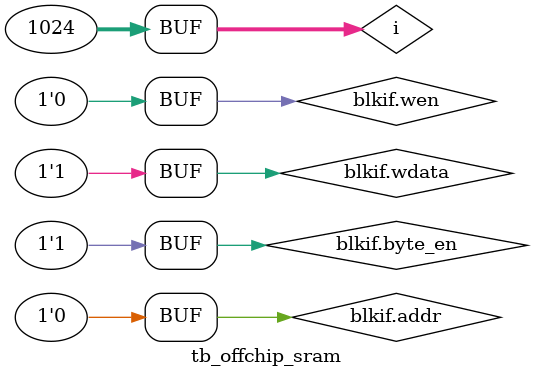
<source format=sv>
`timescale 1ns/1ns

`include "offchip_sram_if.vh"
`include "memory_blocks_if.vh"

module tb_offchip_sram();

int i;
logic tb_clk, tb_nRST;

offchip_sram_if offchip_sramif();
memory_blocks_if blkif();


offchip_sram_controller DUT(tb_clk, tb_nRST, blkif, offchip_sramif);
offchip_sram_simulator SRAM(offchip_sramif);

//  modport sram (
//    input wen, wdata, addr, byte_en,
//    output sram_rdata, sram_wait
//  );


  initial begin
     for(i = 0; i<1024; i++) begin
       blkif.wen = '0;
       blkif.addr = i*4;
       blkif.byte_en = 4'b1111;
       blkif.wdata = '1;
       #10;
     end
/*
     for(i = 0; i<64; i++) begin
       offchip_sramif.external_wdata = '1;
       offchip_sramif.nWE = '1;
       offchip_sramif.nCE = '1;
       offchip_sramif.nOE = '0;
       offchip_sramif.external_addr = i;
       #10;
     end
     for(i = 0; i<64; i++) begin
       offchip_sramif.external_wdata = 32'hDEADBEEF;
       offchip_sramif.nWE = 4'b1010;
       offchip_sramif.nCE = '0;
       offchip_sramif.nOE = '1;
       offchip_sramif.external_addr = i;
       #10;
     end
     for(i = 0; i<64; i++) begin
       offchip_sramif.external_wdata = '1;
       offchip_sramif.nWE = '1;
       offchip_sramif.nCE = '0;
       offchip_sramif.nOE = '0;
       offchip_sramif.external_addr = i;
       #10;
     end
     $finish;
*/
  end

endmodule

</source>
